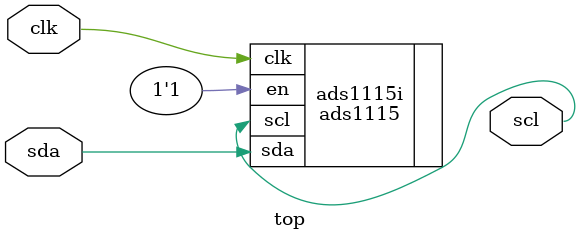
<source format=v>
module top(
    input wire clk,
    inout wire sda,
    output wire scl
);


ads1115 ads1115i  (
    .clk(clk),
    .en(1'b1),
    .sda(sda),
    .scl(scl)
);

endmodule
</source>
